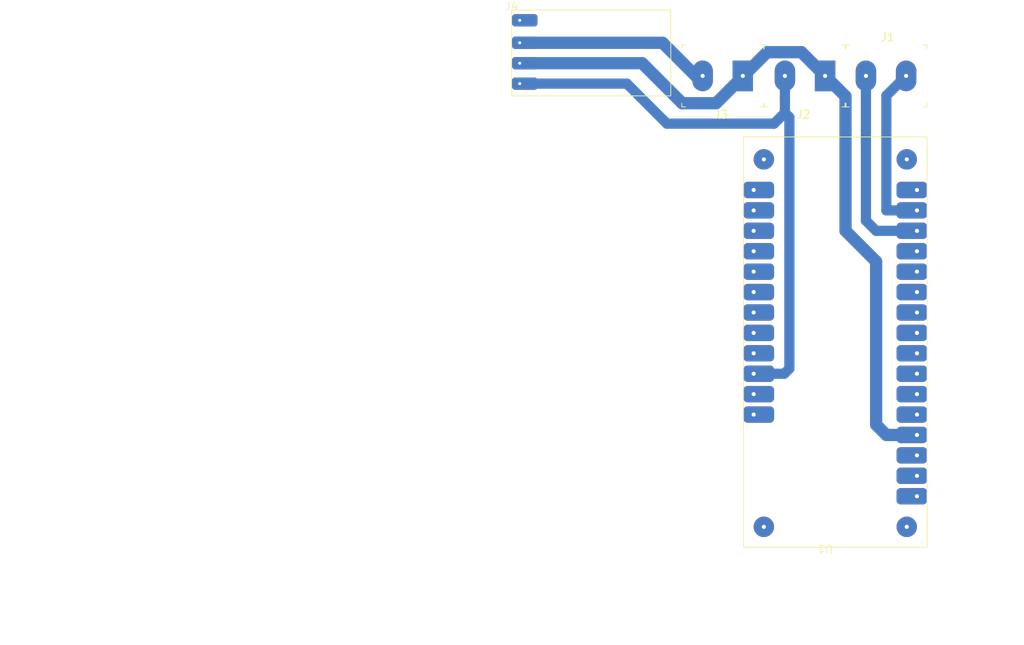
<source format=kicad_pcb>
(kicad_pcb (version 20221018) (generator pcbnew)
  (layers (0 "F.Cu" signal) (31 "B.Cu" signal) (34 "B.Paste" user) (35 "F.Paste" user) (36 "B.SilkS" user "B.Silkscreen") (37 "F.SilkS" user "F.Silkscreen") (38 "B.Mask" user) (39 "F.Mask" user) (44 "Edge.Cuts" user))
  (net 0 "")
  (net 14 "Net-(U1-RX)")
  (net 15 "Net-(U1-TX)")
  (net 28 "Net-(J4-VO_(5V))")
  (net 29 "Net-(J3-GND)")
  (net 30 "Net-(J3-V+)")
  (footprint "digikey-footprints:Term_Block_1x2_P5mm" (layer "F.Cu") (at 191.77 72.1625)
    (fp_text reference "J1" (at 2.7 -4.8) (layer "F.SilkS"))
    (fp_text value "OSTTC020162")
    (fp_line (start -2.6 -3.85) (end -2.6 -3.4) (stroke (width 0.1)) (layer "F.SilkS"))
    (fp_line (start -2.6 -3.85) (end -2.1 -3.85) (stroke (width 0.1)) (layer "F.SilkS"))
    (fp_line (start -2.6 3.85) (end -2.6 3.35) (stroke (width 0.1)) (layer "F.SilkS"))
    (fp_line (start -2.6 3.85) (end -2.1 3.85) (stroke (width 0.1)) (layer "F.SilkS"))
    (fp_line (start 7.6 -3.85) (end 7.1 -3.85) (stroke (width 0.1)) (layer "F.SilkS"))
    (fp_line (start 7.6 -3.85) (end 7.6 -3.4) (stroke (width 0.1)) (layer "F.SilkS"))
    (fp_line (start 7.6 3.85) (end 7.1 3.85) (stroke (width 0.1)) (layer "F.SilkS"))
    (fp_line (start 7.6 3.85) (end 7.6 3.35) (stroke (width 0.1)) (layer "F.SilkS"))
    (pad "1" thru_hole oval (at 0 0) (size 2.54 3.81) (drill 0.508) (layers "*.Cu" "*.Mask") (net 14 "Net-(U1-RX)"))
    (pad "2" thru_hole oval (at 5 0) (size 2.54 3.81) (drill 0.508) (layers "*.Cu" "*.Mask") (net 15 "Net-(U1-TX)"))
  )
  (footprint "Custom:Buck_Converter" (layer "F.Cu") (at 147.674 63.981)
    (fp_text reference "J4" (at 0 -0.5 unlocked) (layer "F.SilkS") (effects (font (thickness 0.1))))
    (fp_text value "Buck Power Converter (5v)")
    (fp_rect (start 0 0) (end 19.812 10.668) (stroke (width 0.1)) (fill none) (layer "F.SilkS"))
    (pad "1" thru_hole roundrect (at 1.016 1.27) (size 3.175 1.524) (drill 0.381 (offset 0.635 0)) (layers "*.Cu" "*.Mask"))
    (pad "2" thru_hole roundrect (at 1.016 4.064) (size 3.175 1.524) (drill 0.381 (offset 0.635 0)) (layers "*.Cu" "*.Mask") (net 30 "Net-(J3-V+)"))
    (pad "3" thru_hole roundrect (at 1.016 6.604) (size 3.175 1.524) (drill 0.381 (offset 0.635 0)) (layers "*.Cu" "*.Mask") (net 29 "Net-(J3-GND)"))
    (pad "4" thru_hole roundrect (at 1.016 9.144) (size 3.175 1.524) (drill 0.381 (offset 0.635 0)) (layers "*.Cu" "*.Mask") (net 28 "Net-(J4-VO_(5V))"))
  )
  (footprint "digikey-footprints:Term_Block_1x2_P5mm" (layer "F.Cu") (at 176.45 72.1625 180)
    (fp_text reference "J3" (at 2.7 -4.8) (layer "F.SilkS"))
    (fp_text value "12V Power Terminal")
    (fp_line (start -2.6 -3.85) (end -2.6 -3.4) (stroke (width 0.1)) (layer "F.SilkS"))
    (fp_line (start -2.6 -3.85) (end -2.1 -3.85) (stroke (width 0.1)) (layer "F.SilkS"))
    (fp_line (start -2.6 3.85) (end -2.6 3.35) (stroke (width 0.1)) (layer "F.SilkS"))
    (fp_line (start -2.6 3.85) (end -2.1 3.85) (stroke (width 0.1)) (layer "F.SilkS"))
    (fp_line (start 7.6 -3.85) (end 7.1 -3.85) (stroke (width 0.1)) (layer "F.SilkS"))
    (fp_line (start 7.6 -3.85) (end 7.6 -3.4) (stroke (width 0.1)) (layer "F.SilkS"))
    (fp_line (start 7.6 3.85) (end 7.1 3.85) (stroke (width 0.1)) (layer "F.SilkS"))
    (fp_line (start 7.6 3.85) (end 7.6 3.35) (stroke (width 0.1)) (layer "F.SilkS"))
    (pad "1" thru_hole rect (at 0 0 180) (size 2.54 3.81) (drill 0.508) (layers "*.Cu" "*.Mask") (net 29 "Net-(J3-GND)"))
    (pad "2" thru_hole oval (at 5 0 180) (size 2.54 3.81) (drill 0.508) (layers "*.Cu" "*.Mask") (net 30 "Net-(J3-V+)"))
  )
  (footprint "digikey-footprints:Term_Block_1x2_P5mm" (layer "F.Cu") (at 186.69 72.1625 180)
    (fp_text reference "J2" (at 2.7 -4.8) (layer "F.SilkS"))
    (fp_text value "OSTTC020162")
    (fp_line (start -2.6 -3.85) (end -2.6 -3.4) (stroke (width 0.1)) (layer "F.SilkS"))
    (fp_line (start -2.6 -3.85) (end -2.1 -3.85) (stroke (width 0.1)) (layer "F.SilkS"))
    (fp_line (start -2.6 3.85) (end -2.6 3.35) (stroke (width 0.1)) (layer "F.SilkS"))
    (fp_line (start -2.6 3.85) (end -2.1 3.85) (stroke (width 0.1)) (layer "F.SilkS"))
    (fp_line (start 7.6 -3.85) (end 7.1 -3.85) (stroke (width 0.1)) (layer "F.SilkS"))
    (fp_line (start 7.6 -3.85) (end 7.6 -3.4) (stroke (width 0.1)) (layer "F.SilkS"))
    (fp_line (start 7.6 3.85) (end 7.1 3.85) (stroke (width 0.1)) (layer "F.SilkS"))
    (fp_line (start 7.6 3.85) (end 7.6 3.35) (stroke (width 0.1)) (layer "F.SilkS"))
    (pad "1" thru_hole rect (at 0 0 180) (size 2.54 3.81) (drill 0.508) (layers "*.Cu" "*.Mask") (net 29 "Net-(J3-GND)"))
    (pad "2" thru_hole oval (at 5 0 180) (size 2.54 3.81) (drill 0.508) (layers "*.Cu" "*.Mask") (net 28 "Net-(J4-VO_(5V))"))
  )
  (footprint "Custom:Adafruit CAN Bus Feather" (layer "F.Cu") (at 199.39 130.81 180)
    (fp_text reference "U1" (at 12.7 -0.246 180 unlocked) (layer "F.SilkS") (effects (font (thickness 0.1))))
    (fp_text value "~")
    (fp_rect (start 0 0) (end 22.86 51.054) (stroke (width 0.1)) (fill none) (layer "F.SilkS"))
    (pad "1" thru_hole roundrect (at 1.27 6.35 180) (size 3.81 2.032) (drill 0.508 (offset 0.635 0)) (layers "*.Cu"))
    (pad "2" thru_hole roundrect (at 1.27 8.89 180) (size 3.81 2.032) (drill 0.508 (offset 0.635 0)) (layers "*.Cu"))
    (pad "3" thru_hole roundrect (at 1.27 11.43 180) (size 3.81 2.032) (drill 0.508 (offset 0.635 0)) (layers "*.Cu"))
    (pad "4" thru_hole roundrect (at 1.27 13.97 180) (size 3.81 2.032) (drill 0.508 (offset 0.635 0)) (layers "*.Cu") (net 29 "Net-(J3-GND)"))
    (pad "5" thru_hole roundrect (at 1.27 16.51 180) (size 3.81 2.032) (drill 0.508 (offset 0.635 0)) (layers "*.Cu"))
    (pad "6" thru_hole roundrect (at 1.27 19.05 180) (size 3.81 2.032) (drill 0.508 (offset 0.635 0)) (layers "*.Cu"))
    (pad "7" thru_hole roundrect (at 1.27 21.59 180) (size 3.81 2.032) (drill 0.508 (offset 0.635 0)) (layers "*.Cu"))
    (pad "8" thru_hole roundrect (at 1.27 24.13 180) (size 3.81 2.032) (drill 0.508 (offset 0.635 0)) (layers "*.Cu"))
    (pad "9" thru_hole roundrect (at 1.27 26.67 180) (size 3.81 2.032) (drill 0.508 (offset 0.635 0)) (layers "*.Cu"))
    (pad "10" thru_hole roundrect (at 1.27 29.21 180) (size 3.81 2.032) (drill 0.508 (offset 0.635 0)) (layers "*.Cu"))
    (pad "11" thru_hole roundrect (at 1.27 31.75 180) (size 3.81 2.032) (drill 0.508 (offset 0.635 0)) (layers "*.Cu"))
    (pad "12" thru_hole roundrect (at 1.27 34.29 180) (size 3.81 2.032) (drill 0.508 (offset 0.635 0)) (layers "*.Cu"))
    (pad "13" thru_hole roundrect (at 1.27 36.83 180) (size 3.81 2.032) (drill 0.508 (offset 0.635 0)) (layers "*.Cu"))
    (pad "14" thru_hole roundrect (at 1.27 39.37 180) (size 3.81 2.032) (drill 0.508 (offset 0.635 0)) (layers "*.Cu") (net 14 "Net-(U1-RX)"))
    (pad "15" thru_hole roundrect (at 1.27 41.91 180) (size 3.81 2.032) (drill 0.508 (offset 0.635 0)) (layers "*.Cu") (net 15 "Net-(U1-TX)"))
    (pad "16" thru_hole roundrect (at 1.27 44.45 180) (size 3.81 2.032) (drill 0.508 (offset 0.635 0)) (layers "*.Cu"))
    (pad "17" thru_hole roundrect (at 21.59 16.51 180) (size 3.81 2.032) (drill 0.508 (offset -0.635 0)) (layers "*.Cu"))
    (pad "18" thru_hole roundrect (at 21.59 19.05 180) (size 3.81 2.032) (drill 0.508 (offset -0.635 0)) (layers "*.Cu"))
    (pad "19" thru_hole roundrect (at 21.59 21.59 180) (size 3.81 2.032) (drill 0.508 (offset -0.635 0)) (layers "*.Cu") (net 28 "Net-(J4-VO_(5V))"))
    (pad "20" thru_hole roundrect (at 21.59 24.13 180) (size 3.81 2.032) (drill 0.508 (offset -0.635 0)) (layers "*.Cu"))
    (pad "21" thru_hole roundrect (at 21.59 26.67 180) (size 3.81 2.032) (drill 0.508 (offset -0.635 0)) (layers "*.Cu"))
    (pad "22" thru_hole roundrect (at 21.59 29.21 180) (size 3.81 2.032) (drill 0.508 (offset -0.635 0)) (layers "*.Cu"))
    (pad "23" thru_hole roundrect (at 21.59 31.75 180) (size 3.81 2.032) (drill 0.508 (offset -0.635 0)) (layers "*.Cu"))
    (pad "24" thru_hole roundrect (at 21.59 34.29 180) (size 3.81 2.032) (drill 0.508 (offset -0.635 0)) (layers "*.Cu"))
    (pad "25" thru_hole roundrect (at 21.59 36.83 180) (size 3.81 2.032) (drill 0.508 (offset -0.635 0)) (layers "*.Cu"))
    (pad "26" thru_hole roundrect (at 21.59 39.37 180) (size 3.81 2.032) (drill 0.508 (offset -0.635 0)) (layers "*.Cu"))
    (pad "27" thru_hole roundrect (at 21.59 41.91 180) (size 3.81 2.032) (drill 0.508 (offset -0.635 0)) (layers "*.Cu"))
    (pad "28" thru_hole roundrect (at 21.59 44.45 180) (size 3.81 2.032) (drill 0.508 (offset -0.635 0)) (layers "*.Cu"))
    (pad "44" thru_hole circle (at 2.54 2.54 180) (size 2.54 2.54) (drill 0.508) (layers "*.Cu"))
    (pad "44" thru_hole circle (at 2.54 48.26 180) (size 2.54 2.54) (drill 0.508) (layers "*.Cu"))
    (pad "44" thru_hole circle (at 20.32 2.54 180) (size 2.54 2.54) (drill 0.508) (layers "*.Cu"))
    (pad "44" thru_hole circle (at 20.32 48.26 180) (size 2.54 2.54) (drill 0.508) (layers "*.Cu"))
  )
  (segment (start 191.77 72.1625) (end 191.77 90.17) (width 1.27) (layer "B.Cu") (net 14))
  (segment (start 193.04 91.44) (end 198.12 91.44) (width 1.27) (layer "B.Cu") (net 14))
  (segment (start 191.77 90.17) (end 193.04 91.44) (width 1.27) (layer "B.Cu") (net 14))
  (segment (start 194.31 74.6225) (end 194.31 88.9) (width 1.27) (layer "B.Cu") (net 15))
  (segment (start 196.77 72.1625) (end 194.31 74.6225) (width 1.27) (layer "B.Cu") (net 15))
  (segment (start 194.31 88.9) (end 198.12 88.9) (width 1.27) (layer "B.Cu") (net 15))
  (segment (start 177.8 109.22) (end 181.61 109.22) (width 1.27) (layer "B.Cu") (net 28))
  (segment (start 162.025 73.125) (end 167.005 78.105) (width 1.27) (layer "B.Cu") (net 28))
  (segment (start 181.69 76.755) (end 181.69 74.85) (width 1.27) (layer "B.Cu") (net 28))
  (segment (start 182.245 77.31) (end 181.69 76.755) (width 1.27) (layer "B.Cu") (net 28))
  (segment (start 167.005 78.105) (end 180.34 78.105) (width 1.27) (layer "B.Cu") (net 28))
  (segment (start 182.245 108.585) (end 182.245 77.31) (width 1.27) (layer "B.Cu") (net 28))
  (segment (start 181.61 109.22) (end 182.245 108.585) (width 1.27) (layer "B.Cu") (net 28))
  (segment (start 180.34 78.105) (end 181.69 76.755) (width 1.27) (layer "B.Cu") (net 28))
  (segment (start 181.69 74.85) (end 181.69 72.1625) (width 1.27) (layer "B.Cu") (net 28))
  (segment (start 148.69 73.125) (end 162.025 73.125) (width 1.27) (layer "B.Cu") (net 28))
  (segment (start 189.23 74.7025) (end 189.23 91.44) (width 1.524) (layer "B.Cu") (net 29))
  (segment (start 189.23 91.44) (end 193.04 95.25) (width 1.524) (layer "B.Cu") (net 29))
  (segment (start 173.1275 75.565) (end 176.53 72.1625) (width 1.524) (layer "B.Cu") (net 29))
  (segment (start 194.31 116.84) (end 198.12 116.84) (width 1.524) (layer "B.Cu") (net 29))
  (segment (start 186.69 72.1625) (end 189.23 74.7025) (width 1.524) (layer "B.Cu") (net 29))
  (segment (start 179.4775 69.215) (end 183.7425 69.215) (width 1.524) (layer "B.Cu") (net 29))
  (segment (start 168.91 75.565) (end 173.1275 75.565) (width 1.524) (layer "B.Cu") (net 29))
  (segment (start 163.93 70.585) (end 168.91 75.565) (width 1.524) (layer "B.Cu") (net 29))
  (segment (start 193.04 115.57) (end 194.31 116.84) (width 1.524) (layer "B.Cu") (net 29))
  (segment (start 176.53 72.1625) (end 179.4775 69.215) (width 1.524) (layer "B.Cu") (net 29))
  (segment (start 193.04 95.25) (end 193.04 115.57) (width 1.524) (layer "B.Cu") (net 29))
  (segment (start 183.7425 69.215) (end 186.69 72.1625) (width 1.524) (layer "B.Cu") (net 29))
  (segment (start 148.69 70.585) (end 163.93 70.585) (width 1.524) (layer "B.Cu") (net 29))
  (segment (start 148.69 68.045) (end 148.79 67.945) (width 1.27) (layer "B.Cu") (net 30))
  (segment (start 166.47 68.045) (end 170.5875 72.1625) (width 1.524) (layer "B.Cu") (net 30))
  (segment (start 148.69 68.045) (end 166.47 68.045) (width 1.524) (layer "B.Cu") (net 30))
  (segment (start 170.5875 72.1625) (end 171.53 72.1625) (width 1.524) (layer "B.Cu") (net 30))
)
</source>
